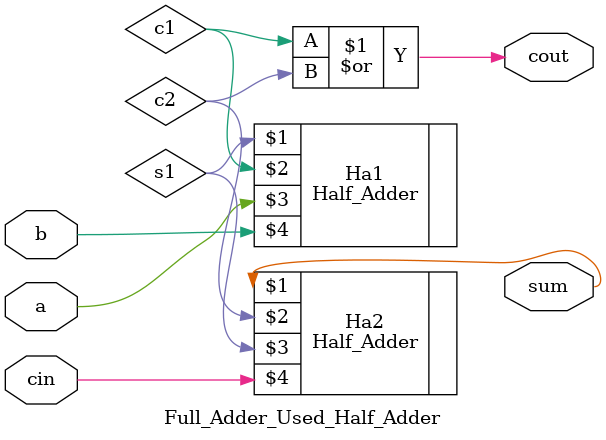
<source format=v>
module Full_Adder_Used_Half_Adder(sum,cout,a,b,cin);

	output sum,cout;
	input a, b, cin;
	wire s1,c1,c2;

	Half_Adder Ha1(s1,c1,a,b);
	Half_Adder Ha2(sum,c2,s1,cin);
	or(cout,c1,c2);

endmodule
</source>
